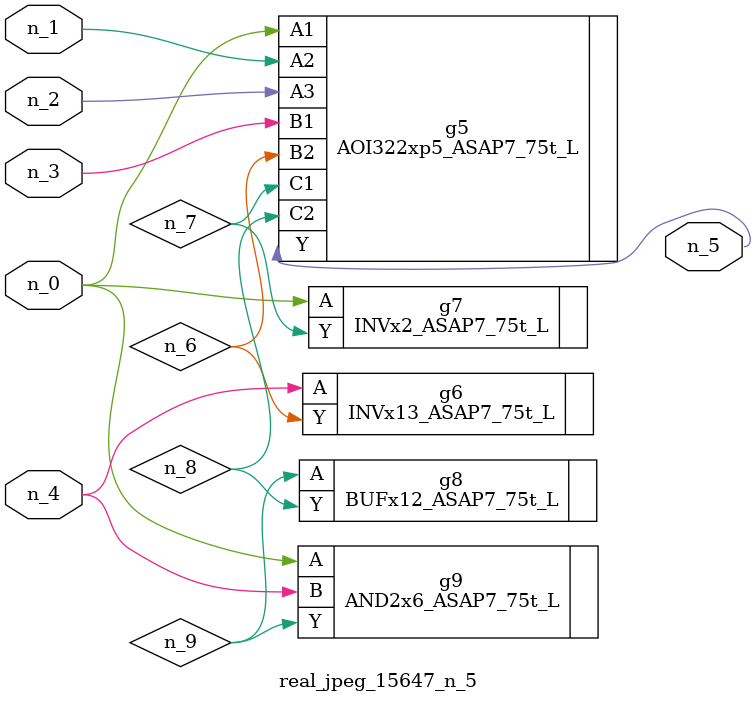
<source format=v>
module real_jpeg_15647_n_5 (n_4, n_0, n_1, n_2, n_3, n_5);

input n_4;
input n_0;
input n_1;
input n_2;
input n_3;

output n_5;

wire n_8;
wire n_6;
wire n_7;
wire n_9;

AOI322xp5_ASAP7_75t_L g5 ( 
.A1(n_0),
.A2(n_1),
.A3(n_2),
.B1(n_3),
.B2(n_6),
.C1(n_7),
.C2(n_8),
.Y(n_5)
);

INVx2_ASAP7_75t_L g7 ( 
.A(n_0),
.Y(n_7)
);

AND2x6_ASAP7_75t_L g9 ( 
.A(n_0),
.B(n_4),
.Y(n_9)
);

INVx13_ASAP7_75t_L g6 ( 
.A(n_4),
.Y(n_6)
);

BUFx12_ASAP7_75t_L g8 ( 
.A(n_9),
.Y(n_8)
);


endmodule
</source>
